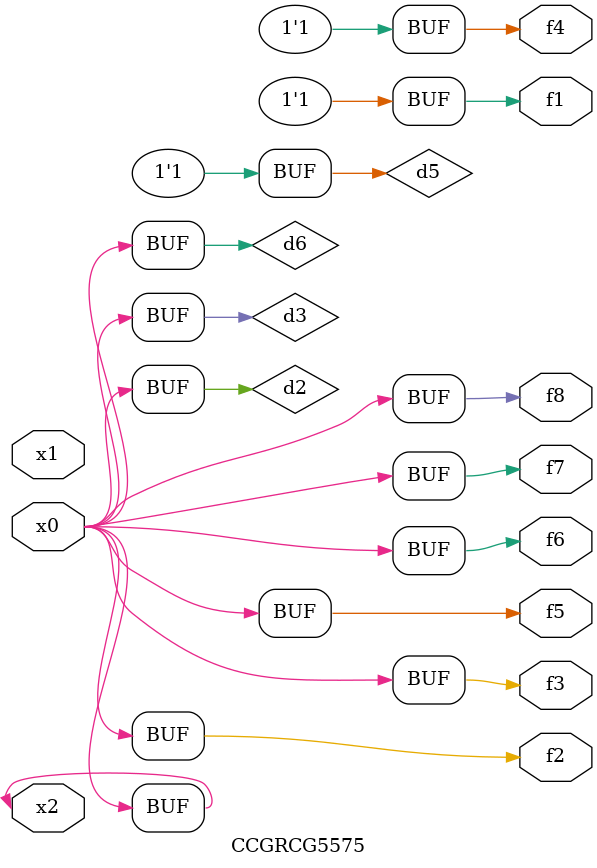
<source format=v>
module CCGRCG5575(
	input x0, x1, x2,
	output f1, f2, f3, f4, f5, f6, f7, f8
);

	wire d1, d2, d3, d4, d5, d6;

	xnor (d1, x2);
	buf (d2, x0, x2);
	and (d3, x0);
	xnor (d4, x1, x2);
	nand (d5, d1, d3);
	buf (d6, d2, d3);
	assign f1 = d5;
	assign f2 = d6;
	assign f3 = d6;
	assign f4 = d5;
	assign f5 = d6;
	assign f6 = d6;
	assign f7 = d6;
	assign f8 = d6;
endmodule

</source>
